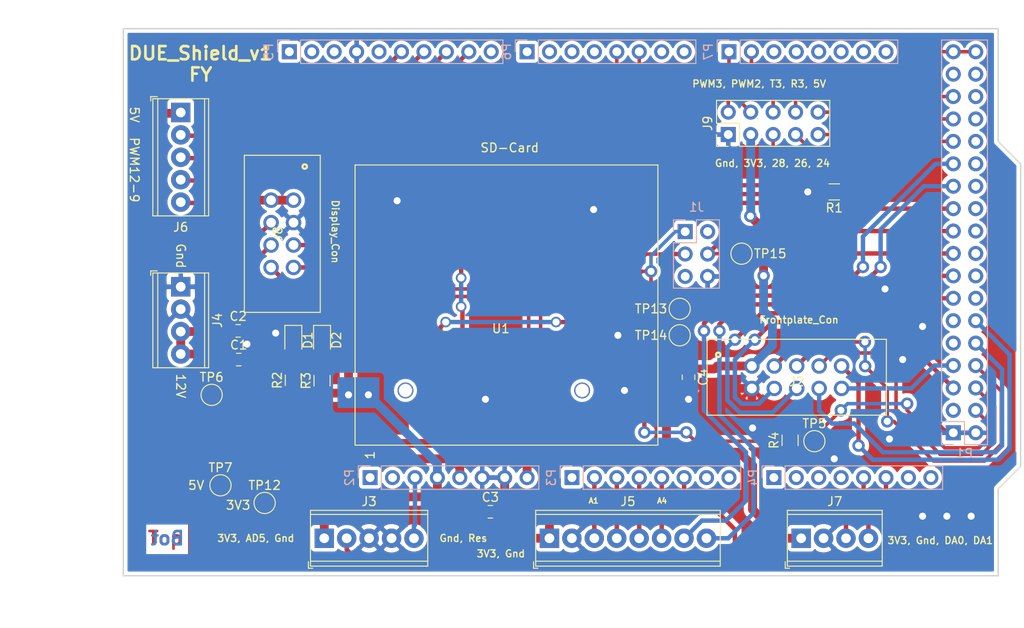
<source format=kicad_pcb>
(kicad_pcb (version 20171130) (host pcbnew "(5.1.6)-1")
  (title_block (date "mar. 31 mars 2015"))
  (layers (0 F.Cu signal) (31 B.Cu signal) (34 B.Paste user) (35 F.Paste user) (36 B.SilkS user) (37 F.SilkS user) (38 B.Mask user) (39 F.Mask user) (44 Edge.Cuts user))
  (net 0 "")
  (net 1 GND)
  (net 2 /48)
  (net 3 /49)
  (net 4 /46)
  (net 5 /47)
  (net 6 /44)
  (net 7 /45)
  (net 8 /42)
  (net 9 /43)
  (net 10 /40)
  (net 11 /41)
  (net 12 /38)
  (net 13 /39)
  (net 14 /36)
  (net 15 /37)
  (net 16 /34)
  (net 17 /35)
  (net 18 /32)
  (net 19 /33)
  (net 20 /30)
  (net 21 /31)
  (net 22 /28)
  (net 23 /29)
  (net 24 /26)
  (net 25 /27)
  (net 26 /24)
  (net 27 /25)
  (net 28 /22)
  (net 29 /23)
  (net 30 +5V)
  (net 31 /IOREF)
  (net 32 /Reset)
  (net 33 /A0)
  (net 34 /A1)
  (net 35 /A2)
  (net 36 /A3)
  (net 37 /A4)
  (net 38 /A5)
  (net 39 /A6)
  (net 40 /A7)
  (net 41 /A8)
  (net 42 /A9)
  (net 43 /A10)
  (net 44 /A11)
  (net 45 /SCL)
  (net 46 /SDA)
  (net 47 /AREF)
  (net 48 "/13(**)")
  (net 49 "/12(**)")
  (net 50 "/11(**)")
  (net 51 "/10(**)")
  (net 52 "/9(**)")
  (net 53 "/8(**)")
  (net 54 "/7(**)")
  (net 55 "/6(**)")
  (net 56 "/5(**)")
  (net 57 "/4(**)")
  (net 58 "/3(**)")
  (net 59 "/2(**)")
  (net 60 "/20(SDA)")
  (net 61 "/21(SCL)")
  (net 62 "Net-(P2-Pad1)")
  (net 63 +3V3)
  (net 64 "/1(Tx0)")
  (net 65 "/0(Rx0)")
  (net 66 "/14(Tx3)")
  (net 67 "/15(Rx3)")
  (net 68 "/16(Tx2)")
  (net 69 "/17(Rx2)")
  (net 70 "/18(Tx1)")
  (net 71 "/19(Rx1)")
  (net 72 "Net-(J1-Pad5)")
  (net 73 "Net-(J1-Pad2)")
  (net 74 /51)
  (net 75 /50)
  (net 76 /53)
  (net 77 /52)
  (net 78 /CANTX)
  (net 79 /CANRX)
  (net 80 /DAC1)
  (net 81 /DAC0)
  (net 82 +12V)
  (net 83 /CLK)
  (net 84 /MOSI)
  (net 85 /MISO)
  (net 86 "Net-(D1-Pad2)")
  (net 87 "Net-(D2-Pad2)")
  (net 88 "Net-(U1-Pad8)")
  (net 89 "Net-(U1-Pad9)")
  (net 90 +5VD)
  (module Eigene:Attend_SD_104D_TCA0_R06 (layer F.Cu) (at 146.128 102.75 180)
    (fp_text reference U1 (at 0 0.5) (layer F.SilkS))
    (fp_text value SD_Karte_Attend)
    (pad 13 smd roundrect (at -13.15 2 180) (size 2 2) (layers F.Cu F.Paste F.Mask) (net 1 GND))
    (pad 12 smd roundrect (at -13.15 14 180) (size 2 2) (layers F.Cu F.Paste F.Mask) (net 1 GND))
    (pad 11 smd roundrect (at 14.75 15 180) (size 2 2) (layers F.Cu F.Paste F.Mask) (net 1 GND))
    (pad "" thru_hole circle (at -9.2 -6.5 180) (size 1.8 1.8) (drill 1.5) (layers *.Cu *.Mask))
    (pad "" thru_hole circle (at 10.8 -6.5 180) (size 1.8 1.8) (drill 1.5) (layers *.Cu *.Mask))
    (pad 10 smd roundrect (at -12.25 -10 180) (size 1.15 2) (layers F.Cu F.Paste F.Mask) (net 1 GND))
    (pad 8 smd roundrect (at -9.75 -10 180) (size 1.15 2) (layers F.Cu F.Paste F.Mask) (net 88 "Net-(U1-Pad8)"))
    (pad 7 smd roundrect (at -8.05 -10 180) (size 1.15 2) (layers F.Cu F.Paste F.Mask) (net 85 /MISO))
    (pad 6 smd roundrect (at -5.65 -10 180) (size 1.15 2) (layers F.Cu F.Paste F.Mask) (net 1 GND))
    (pad 5 smd roundrect (at -3.15 -10 180) (size 1.15 2) (layers F.Cu F.Paste F.Mask) (net 83 /CLK))
    (pad 4 smd roundrect (at -0.65 -10 180) (size 1.15 2) (layers F.Cu F.Paste F.Mask) (net 63 +3V3))
    (pad 3 smd roundrect (at 1.85 -10 180) (size 1.15 2) (layers F.Cu F.Paste F.Mask) (net 1 GND))
    (pad 2 smd roundrect (at 4.35 -10 180) (size 1.15 2) (layers F.Cu F.Paste F.Mask) (net 84 /MOSI))
    (pad 1 smd roundrect (at 6.85 -10 180) (size 1.15 2) (layers F.Cu F.Paste F.Mask) (net 76 /53))
    (pad 9 smd roundrect (at 9.35 -10 180) (size 1.15 2) (layers F.Cu F.Paste F.Mask) (net 89 "Net-(U1-Pad9)"))
  )
  (module Connector_PinHeader_2.54mm:PinHeader_2x05_P2.54mm_Vertical (layer F.Cu) (at 171.878 80.25 90)
    (fp_text reference J9 (at 1.27 -2.33 90) (layer F.SilkS))
    (fp_text value Erweiterungs_Con)
    (pad 10 thru_hole oval (at 2.54 10.16 90) (size 1.7 1.7) (drill 1) (layers *.Cu *.Mask) (net 90 +5VD))
    (pad 9 thru_hole oval (at 0 10.16 90) (size 1.7 1.7) (drill 1) (layers *.Cu *.Mask) (net 26 /24))
    (pad 8 thru_hole oval (at 2.54 7.62 90) (size 1.7 1.7) (drill 1) (layers *.Cu *.Mask) (net 67 "/15(Rx3)"))
    (pad 7 thru_hole oval (at 0 7.62 90) (size 1.7 1.7) (drill 1) (layers *.Cu *.Mask) (net 24 /26))
    (pad 6 thru_hole oval (at 2.54 5.08 90) (size 1.7 1.7) (drill 1) (layers *.Cu *.Mask) (net 66 "/14(Tx3)"))
    (pad 5 thru_hole oval (at 0 5.08 90) (size 1.7 1.7) (drill 1) (layers *.Cu *.Mask) (net 22 /28))
    (pad 4 thru_hole oval (at 2.54 2.54 90) (size 1.7 1.7) (drill 1) (layers *.Cu *.Mask) (net 59 "/2(**)"))
    (pad 3 thru_hole oval (at 0 2.54 90) (size 1.7 1.7) (drill 1) (layers *.Cu *.Mask) (net 63 +3V3))
    (pad 2 thru_hole oval (at 2.54 0 90) (size 1.7 1.7) (drill 1) (layers *.Cu *.Mask) (net 58 "/3(**)"))
    (pad 1 thru_hole rect (at 0 0 90) (size 1.7 1.7) (drill 1) (layers *.Cu *.Mask) (net 1 GND))
  )
  (module TestPoint:TestPoint_Pad_D2.0mm (layer F.Cu) (at 173.378 93.75)
    (fp_text reference TP15 (at 3.25 0) (layer F.SilkS))
    (fp_text value TestPoint)
    (pad 1 smd circle (at 0 0) (size 2 2) (layers F.Cu F.Mask) (net 84 /MOSI))
  )
  (module TestPoint:TestPoint_Pad_D2.0mm (layer F.Cu) (at 166.378 103)
    (fp_text reference TP14 (at -3.25 0) (layer F.SilkS))
    (fp_text value TestPoint)
    (pad 1 smd circle (at 0 0) (size 2 2) (layers F.Cu F.Mask) (net 85 /MISO))
  )
  (module TestPoint:TestPoint_Pad_D2.0mm (layer F.Cu) (at 166.378 100)
    (fp_text reference TP13 (at -3.25 0) (layer F.SilkS))
    (fp_text value TestPoint)
    (pad 1 smd circle (at 0 0) (size 2 2) (layers F.Cu F.Mask) (net 83 /CLK))
  )
  (module TestPoint:TestPoint_Pad_D2.0mm (layer F.Cu) (at 119.378 122)
    (fp_text reference TP12 (at 0 -1.998) (layer F.SilkS))
    (fp_text value TestPoint)
    (pad 1 smd circle (at 0 0) (size 2 2) (layers F.Cu F.Mask) (net 63 +3V3))
  )
  (module TestPoint:TestPoint_Pad_D2.0mm (layer F.Cu) (at 114.378 120)
    (fp_text reference TP7 (at 0 -1.998) (layer F.SilkS))
    (fp_text value TestPoint)
    (pad 1 smd circle (at 0 0) (size 2 2) (layers F.Cu F.Mask) (net 30 +5V))
  )
  (module TestPoint:TestPoint_Pad_D2.0mm (layer F.Cu) (at 113.378 109.75)
    (fp_text reference TP6 (at 0 -1.998) (layer F.SilkS))
    (fp_text value TestPoint)
    (pad 1 smd circle (at 0 0) (size 2 2) (layers F.Cu F.Mask) (net 82 +12V))
  )
  (module TestPoint:TestPoint_Pad_D2.0mm (layer F.Cu) (at 181.628 115)
    (fp_text reference TP5 (at 0 -1.998) (layer F.SilkS))
    (fp_text value TestPoint)
    (pad 1 smd circle (at 0 0) (size 2 2) (layers F.Cu F.Mask) (net 76 /53))
  )
  (module Resistor_SMD:R_1206_3216Metric (layer F.Cu) (at 178.878 114.9 90)
    (fp_text reference R4 (at 0 -1.82 90) (layer F.SilkS))
    (fp_text value 10k)
    (pad 2 smd roundrect (at 1.4 0 90) (size 1.25 1.75) (layers F.Cu F.Paste F.Mask) (roundrect_rratio 0.2) (net 1 GND))
    (pad 1 smd roundrect (at -1.4 0 90) (size 1.25 1.75) (layers F.Cu F.Paste F.Mask) (roundrect_rratio 0.2) (net 76 /53))
  )
  (module Resistor_SMD:R_1206_3216Metric (layer F.Cu) (at 125.878 108.15 90)
    (fp_text reference R3 (at 0 -1.82 90) (layer F.SilkS))
    (fp_text value 470R)
    (pad 2 smd roundrect (at 1.4 0 90) (size 1.25 1.75) (layers F.Cu F.Paste F.Mask) (roundrect_rratio 0.2) (net 87 "Net-(D2-Pad2)"))
    (pad 1 smd roundrect (at -1.4 0 90) (size 1.25 1.75) (layers F.Cu F.Paste F.Mask) (roundrect_rratio 0.2) (net 63 +3V3))
  )
  (module Resistor_SMD:R_1206_3216Metric (layer F.Cu) (at 122.628 108.1 90)
    (fp_text reference R2 (at 0 -1.82 90) (layer F.SilkS))
    (fp_text value 1k)
    (pad 2 smd roundrect (at 1.4 0 90) (size 1.25 1.75) (layers F.Cu F.Paste F.Mask) (roundrect_rratio 0.2) (net 86 "Net-(D1-Pad2)"))
    (pad 1 smd roundrect (at -1.4 0 90) (size 1.25 1.75) (layers F.Cu F.Paste F.Mask) (roundrect_rratio 0.2) (net 82 +12V))
  )
  (module LED_SMD:LED_0805_2012Metric (layer F.Cu) (at 125.878 103.5625 270)
    (fp_text reference D2 (at 0 -1.65 90) (layer F.SilkS))
    (fp_text value LED)
    (pad 2 smd roundrect (at 0.9375 0 270) (size 0.975 1.4) (layers F.Cu F.Paste F.Mask) (net 87 "Net-(D2-Pad2)"))
    (pad 1 smd roundrect (at -0.9375 0 270) (size 0.975 1.4) (layers F.Cu F.Paste F.Mask) (net 1 GND))
  )
  (module LED_SMD:LED_0805_2012Metric (layer F.Cu) (at 122.628 103.5625 270)
    (fp_text reference D1 (at 0 -1.65 90) (layer F.SilkS))
    (fp_text value LED)
    (pad 2 smd roundrect (at 0.9375 0 270) (size 0.975 1.4) (layers F.Cu F.Paste F.Mask) (net 86 "Net-(D1-Pad2)"))
    (pad 1 smd roundrect (at -0.9375 0 270) (size 0.975 1.4) (layers F.Cu F.Paste F.Mask) (net 1 GND))
  )
  (module TerminalBlock_Phoenix:TerminalBlock_Phoenix_MPT-0,5-8-2.54_1x08_P2.54mm_Horizontal (layer F.Cu) (at 151.628 126)
    (fp_text reference J5 (at 8.89 -4.16) (layer F.SilkS))
    (fp_text value Main_Con)
    (pad 8 thru_hole circle (at 17.78 0) (size 2.2 2.2) (drill 1.1) (layers *.Cu *.Mask) (net 18 /32))
    (pad 7 thru_hole circle (at 15.24 0) (size 2.2 2.2) (drill 1.1) (layers *.Cu *.Mask) (net 20 /30))
    (pad 6 thru_hole circle (at 12.7 0) (size 2.2 2.2) (drill 1.1) (layers *.Cu *.Mask) (net 37 /A4))
    (pad 5 thru_hole circle (at 10.16 0) (size 2.2 2.2) (drill 1.1) (layers *.Cu *.Mask) (net 36 /A3))
    (pad 4 thru_hole circle (at 7.62 0) (size 2.2 2.2) (drill 1.1) (layers *.Cu *.Mask) (net 35 /A2))
    (pad 3 thru_hole circle (at 5.08 0) (size 2.2 2.2) (drill 1.1) (layers *.Cu *.Mask) (net 34 /A1))
    (pad 2 thru_hole circle (at 2.54 0) (size 2.2 2.2) (drill 1.1) (layers *.Cu *.Mask) (net 1 GND))
    (pad 1 thru_hole rect (at 0 0) (size 2.2 2.2) (drill 1.1) (layers *.Cu *.Mask) (net 63 +3V3))
  )
  (module Resistor_SMD:R_1206_3216Metric (layer F.Cu) (at 183.878 86.75 180)
    (fp_text reference R1 (at 0 -1.82) (layer F.SilkS))
    (fp_text value 10k)
    (pad 2 smd roundrect (at 1.4 0 180) (size 1.25 1.75) (layers F.Cu F.Paste F.Mask) (roundrect_rratio 0.2) (net 1 GND))
    (pad 1 smd roundrect (at -1.4 0 180) (size 1.25 1.75) (layers F.Cu F.Paste F.Mask) (roundrect_rratio 0.2) (net 16 /34))
  )
  (module Capacitor_SMD:C_0805_2012Metric (layer F.Cu) (at 167.378 107.75 270)
    (fp_text reference C4 (at 0 -1.65 90) (layer F.SilkS))
    (fp_text value C)
    (pad 2 smd roundrect (at 0.9375 0 270) (size 0.975 1.4) (layers F.Cu F.Paste F.Mask) (net 1 GND))
    (pad 1 smd roundrect (at -0.9375 0 270) (size 0.975 1.4) (layers F.Cu F.Paste F.Mask) (net 63 +3V3))
  )
  (module Capacitor_SMD:C_0805_2012Metric (layer F.Cu) (at 144.9405 123)
    (fp_text reference C3 (at 0 -1.65) (layer F.SilkS))
    (fp_text value C)
    (pad 2 smd roundrect (at 0.9375 0) (size 0.975 1.4) (layers F.Cu F.Paste F.Mask) (net 1 GND))
    (pad 1 smd roundrect (at -0.9375 0) (size 0.975 1.4) (layers F.Cu F.Paste F.Mask) (net 63 +3V3))
  )
  (module Capacitor_SMD:C_0805_2012Metric (layer F.Cu) (at 116.378 102.5)
    (fp_text reference C2 (at 0 -1.65) (layer F.SilkS))
    (fp_text value C)
    (pad 2 smd roundrect (at 0.9375 0) (size 0.975 1.4) (layers F.Cu F.Paste F.Mask) (net 1 GND))
    (pad 1 smd roundrect (at -0.9375 0) (size 0.975 1.4) (layers F.Cu F.Paste F.Mask) (net 82 +12V))
  )
  (module Capacitor_SMD:C_0805_2012Metric (layer F.Cu) (at 116.4405 105.75)
    (fp_text reference C1 (at 0 -1.65) (layer F.SilkS))
    (fp_text value C)
    (pad 2 smd roundrect (at 0.9375 0) (size 0.975 1.4) (layers F.Cu F.Paste F.Mask) (net 1 GND))
    (pad 1 smd roundrect (at -0.9375 0) (size 0.975 1.4) (layers F.Cu F.Paste F.Mask) (net 82 +12V))
  )
  (module Eigene:Muekra_8pol_Pfostenstecker (layer F.Cu) (at 121.378 91.5 270)
    (fp_text reference J8 (at 0 0.5 90) (layer F.SilkS))
    (fp_text value Display_Con)
    (pad 8 thru_hole circle (at -3.81 1.27 270) (size 1.75 1.75) (drill 1.1) (layers *.Cu *.Mask) (net 63 +3V3))
    (pad 7 thru_hole circle (at -1.27 1.27 270) (size 1.75 1.75) (drill 1.1) (layers *.Cu *.Mask) (net 83 /CLK))
    (pad 6 thru_hole circle (at 1.27 1.27 270) (size 1.75 1.75) (drill 1.1) (layers *.Cu *.Mask) (net 84 /MOSI))
    (pad 5 thru_hole circle (at 3.81 1.27 270) (size 1.75 1.75) (drill 1.1) (layers *.Cu *.Mask) (net 12 /38))
    (pad 4 thru_hole circle (at 3.81 -1.27 270) (size 1.75 1.75) (drill 1.1) (layers *.Cu *.Mask) (net 14 /36))
    (pad 3 thru_hole circle (at 1.27 -1.27 270) (size 1.75 1.75) (drill 1.1) (layers *.Cu *.Mask) (net 16 /34))
    (pad 2 thru_hole circle (at -1.27 -1.27 270) (size 1.75 1.75) (drill 1.1) (layers *.Cu *.Mask) (net 1 GND))
    (pad 1 thru_hole circle (at -3.81 -1.27 270) (size 1.75 1.75) (drill 1.1) (layers *.Cu *.Mask) (net 63 +3V3))
  )
  (module TerminalBlock_Phoenix:TerminalBlock_Phoenix_MPT-0,5-5-2.54_1x05_P2.54mm_Horizontal (layer F.Cu) (at 109.878 77.75 270)
    (fp_text reference J6 (at 13 0) (layer F.SilkS))
    (fp_text value Motor_PWM)
    (pad 5 thru_hole circle (at 10.16 0 270) (size 2.2 2.2) (drill 1.1) (layers *.Cu *.Mask) (net 52 "/9(**)"))
    (pad 4 thru_hole circle (at 7.62 0 270) (size 2.2 2.2) (drill 1.1) (layers *.Cu *.Mask) (net 51 "/10(**)"))
    (pad 3 thru_hole circle (at 5.08 0 270) (size 2.2 2.2) (drill 1.1) (layers *.Cu *.Mask) (net 50 "/11(**)"))
    (pad 2 thru_hole circle (at 2.54 0 270) (size 2.2 2.2) (drill 1.1) (layers *.Cu *.Mask) (net 49 "/12(**)"))
    (pad 1 thru_hole rect (at 0 0 270) (size 2.2 2.2) (drill 1.1) (layers *.Cu *.Mask) (net 30 +5V))
  )
  (module TerminalBlock_Phoenix:TerminalBlock_Phoenix_MPT-0,5-5-2.54_1x05_P2.54mm_Horizontal (layer F.Cu) (at 126.128 126)
    (fp_text reference J3 (at 5.08 -4.16) (layer F.SilkS))
    (fp_text value Reset_+_Dos)
    (pad 5 thru_hole circle (at 10.16 0) (size 2.2 2.2) (drill 1.1) (layers *.Cu *.Mask) (net 32 /Reset))
    (pad 4 thru_hole circle (at 7.62 0) (size 2.2 2.2) (drill 1.1) (layers *.Cu *.Mask) (net 1 GND))
    (pad 3 thru_hole circle (at 5.08 0) (size 2.2 2.2) (drill 1.1) (layers *.Cu *.Mask) (net 1 GND))
    (pad 2 thru_hole circle (at 2.54 0) (size 2.2 2.2) (drill 1.1) (layers *.Cu *.Mask) (net 38 /A5))
    (pad 1 thru_hole rect (at 0 0) (size 2.2 2.2) (drill 1.1) (layers *.Cu *.Mask) (net 63 +3V3))
  )
  (module TerminalBlock_Phoenix:TerminalBlock_Phoenix_MPT-0,5-4-2.54_1x04_P2.54mm_Horizontal (layer F.Cu) (at 180.128 126)
    (fp_text reference J7 (at 3.81 -4.16) (layer F.SilkS))
    (fp_text value Audio)
    (pad 4 thru_hole circle (at 7.62 0) (size 2.2 2.2) (drill 1.1) (layers *.Cu *.Mask) (net 80 /DAC1))
    (pad 3 thru_hole circle (at 5.08 0) (size 2.2 2.2) (drill 1.1) (layers *.Cu *.Mask) (net 81 /DAC0))
    (pad 2 thru_hole circle (at 2.54 0) (size 2.2 2.2) (drill 1.1) (layers *.Cu *.Mask) (net 1 GND))
    (pad 1 thru_hole rect (at 0 0) (size 2.2 2.2) (drill 1.1) (layers *.Cu *.Mask) (net 63 +3V3))
  )
  (module TerminalBlock_Phoenix:TerminalBlock_Phoenix_MPT-0,5-4-2.54_1x04_P2.54mm_Horizontal (layer F.Cu) (at 109.878 97.5 270)
    (fp_text reference J4 (at 3.81 -4.16 90) (layer F.SilkS))
    (fp_text value V_Supply)
    (pad 4 thru_hole circle (at 7.62 0 270) (size 2.2 2.2) (drill 1.1) (layers *.Cu *.Mask) (net 82 +12V))
    (pad 3 thru_hole circle (at 5.08 0 270) (size 2.2 2.2) (drill 1.1) (layers *.Cu *.Mask) (net 82 +12V))
    (pad 2 thru_hole circle (at 2.54 0 270) (size 2.2 2.2) (drill 1.1) (layers *.Cu *.Mask) (net 1 GND))
    (pad 1 thru_hole rect (at 0 0 270) (size 2.2 2.2) (drill 1.1) (layers *.Cu *.Mask) (net 1 GND))
  )
  (module Eigene:Muekra_10pol_Pfostenstecker (layer F.Cu) (at 179.628 107.75)
    (fp_text reference J2 (at 0 0.5) (layer F.SilkS))
    (fp_text value Conn_02x05_Counter_Clockwise)
    (pad 10 thru_hole circle (at -5.08 1.27) (size 1.75 1.75) (drill 1.1) (layers *.Cu *.Mask) (net 1 GND))
    (pad 9 thru_hole circle (at -2.54 1.27) (size 1.75 1.75) (drill 1.1) (layers *.Cu *.Mask) (net 8 /42))
    (pad 8 thru_hole circle (at 0 1.27) (size 1.75 1.75) (drill 1.1) (layers *.Cu *.Mask) (net 10 /40))
    (pad 7 thru_hole circle (at 2.54 1.27) (size 1.75 1.75) (drill 1.1) (layers *.Cu *.Mask) (net 5 /47))
    (pad 6 thru_hole circle (at 5.08 1.27) (size 1.75 1.75) (drill 1.1) (layers *.Cu *.Mask) (net 2 /48))
    (pad 5 thru_hole circle (at 5.08 -1.27) (size 1.75 1.75) (drill 1.1) (layers *.Cu *.Mask) (net 7 /45))
    (pad 4 thru_hole circle (at 2.54 -1.27) (size 1.75 1.75) (drill 1.1) (layers *.Cu *.Mask) (net 74 /51))
    (pad 3 thru_hole circle (at 0 -1.27) (size 1.75 1.75) (drill 1.1) (layers *.Cu *.Mask) (net 3 /49))
    (pad 2 thru_hole circle (at -2.54 -1.27) (size 1.75 1.75) (drill 1.1) (layers *.Cu *.Mask) (net 75 /50))
    (pad 1 thru_hole circle (at -5.08 -1.27) (size 1.75 1.75) (drill 1.1) (layers *.Cu *.Mask) (net 63 +3V3))
  )
  (module Connector_PinHeader_2.54mm:PinHeader_1x08_P2.54mm_Vertical (layer B.Cu) (at 149.098 70.866 270)
    (fp_text reference P6 (at 0 2.33 270) (layer B.SilkS) (effects (justify mirror)))
    (fp_text value PWM)
    (pad 8 thru_hole oval (at 0 -17.78 270) (size 1.7 1.7) (drill 1) (layers *.Cu *.Mask) (net 65 "/0(Rx0)"))
    (pad 7 thru_hole oval (at 0 -15.24 270) (size 1.7 1.7) (drill 1) (layers *.Cu *.Mask) (net 64 "/1(Tx0)"))
    (pad 6 thru_hole oval (at 0 -12.7 270) (size 1.7 1.7) (drill 1) (layers *.Cu *.Mask) (net 59 "/2(**)"))
    (pad 5 thru_hole oval (at 0 -10.16 270) (size 1.7 1.7) (drill 1) (layers *.Cu *.Mask) (net 58 "/3(**)"))
    (pad 4 thru_hole oval (at 0 -7.62 270) (size 1.7 1.7) (drill 1) (layers *.Cu *.Mask) (net 57 "/4(**)"))
    (pad 3 thru_hole oval (at 0 -5.08 270) (size 1.7 1.7) (drill 1) (layers *.Cu *.Mask) (net 56 "/5(**)"))
    (pad 2 thru_hole oval (at 0 -2.54 270) (size 1.7 1.7) (drill 1) (layers *.Cu *.Mask) (net 55 "/6(**)"))
    (pad 1 thru_hole rect (at 0 0 270) (size 1.7 1.7) (drill 1) (layers *.Cu *.Mask) (net 54 "/7(**)"))
  )
  (module Connector_PinHeader_2.54mm:PinHeader_1x10_P2.54mm_Vertical (layer B.Cu) (at 122.174 70.866 270)
    (fp_text reference P5 (at 0 2.33 270) (layer B.SilkS) (effects (justify mirror)))
    (fp_text value PWM)
    (pad 10 thru_hole oval (at 0 -22.86 270) (size 1.7 1.7) (drill 1) (layers *.Cu *.Mask) (net 53 "/8(**)"))
    (pad 9 thru_hole oval (at 0 -20.32 270) (size 1.7 1.7) (drill 1) (layers *.Cu *.Mask) (net 52 "/9(**)"))
    (pad 8 thru_hole oval (at 0 -17.78 270) (size 1.7 1.7) (drill 1) (layers *.Cu *.Mask) (net 51 "/10(**)"))
    (pad 7 thru_hole oval (at 0 -15.24 270) (size 1.7 1.7) (drill 1) (layers *.Cu *.Mask) (net 50 "/11(**)"))
    (pad 6 thru_hole oval (at 0 -12.7 270) (size 1.7 1.7) (drill 1) (layers *.Cu *.Mask) (net 49 "/12(**)"))
    (pad 5 thru_hole oval (at 0 -10.16 270) (size 1.7 1.7) (drill 1) (layers *.Cu *.Mask) (net 48 "/13(**)"))
    (pad 4 thru_hole oval (at 0 -7.62 270) (size 1.7 1.7) (drill 1) (layers *.Cu *.Mask) (net 1 GND))
    (pad 3 thru_hole oval (at 0 -5.08 270) (size 1.7 1.7) (drill 1) (layers *.Cu *.Mask) (net 47 /AREF))
    (pad 2 thru_hole oval (at 0 -2.54 270) (size 1.7 1.7) (drill 1) (layers *.Cu *.Mask) (net 46 /SDA))
    (pad 1 thru_hole rect (at 0 0 270) (size 1.7 1.7) (drill 1) (layers *.Cu *.Mask) (net 45 /SCL))
  )
  (module Connector_PinHeader_2.54mm:PinHeader_1x08_P2.54mm_Vertical (layer B.Cu) (at 177.038 119.126 270)
    (fp_text reference P4 (at 0 2.33 270) (layer B.SilkS) (effects (justify mirror)))
    (fp_text value Analog)
    (pad 8 thru_hole oval (at 0 -17.78 270) (size 1.7 1.7) (drill 1) (layers *.Cu *.Mask) (net 78 /CANTX))
    (pad 7 thru_hole oval (at 0 -15.24 270) (size 1.7 1.7) (drill 1) (layers *.Cu *.Mask) (net 79 /CANRX))
    (pad 6 thru_hole oval (at 0 -12.7 270) (size 1.7 1.7) (drill 1) (layers *.Cu *.Mask) (net 80 /DAC1))
    (pad 5 thru_hole oval (at 0 -10.16 270) (size 1.7 1.7) (drill 1) (layers *.Cu *.Mask) (net 81 /DAC0))
    (pad 4 thru_hole oval (at 0 -7.62 270) (size 1.7 1.7) (drill 1) (layers *.Cu *.Mask) (net 44 /A11))
    (pad 3 thru_hole oval (at 0 -5.08 270) (size 1.7 1.7) (drill 1) (layers *.Cu *.Mask) (net 43 /A10))
    (pad 2 thru_hole oval (at 0 -2.54 270) (size 1.7 1.7) (drill 1) (layers *.Cu *.Mask) (net 42 /A9))
    (pad 1 thru_hole rect (at 0 0 270) (size 1.7 1.7) (drill 1) (layers *.Cu *.Mask) (net 41 /A8))
  )
  (module Connector_PinHeader_2.54mm:PinHeader_1x08_P2.54mm_Vertical (layer B.Cu) (at 154.178 119.126 270)
    (fp_text reference P3 (at 0 2.33 270) (layer B.SilkS) (effects (justify mirror)))
    (fp_text value Analog)
    (pad 8 thru_hole oval (at 0 -17.78 270) (size 1.7 1.7) (drill 1) (layers *.Cu *.Mask) (net 40 /A7))
    (pad 7 thru_hole oval (at 0 -15.24 270) (size 1.7 1.7) (drill 1) (layers *.Cu *.Mask) (net 39 /A6))
    (pad 6 thru_hole oval (at 0 -12.7 270) (size 1.7 1.7) (drill 1) (layers *.Cu *.Mask) (net 38 /A5))
    (pad 5 thru_hole oval (at 0 -10.16 270) (size 1.7 1.7) (drill 1) (layers *.Cu *.Mask) (net 37 /A4))
    (pad 4 thru_hole oval (at 0 -7.62 270) (size 1.7 1.7) (drill 1) (layers *.Cu *.Mask) (net 36 /A3))
    (pad 3 thru_hole oval (at 0 -5.08 270) (size 1.7 1.7) (drill 1) (layers *.Cu *.Mask) (net 35 /A2))
    (pad 2 thru_hole oval (at 0 -2.54 270) (size 1.7 1.7) (drill 1) (layers *.Cu *.Mask) (net 34 /A1))
    (pad 1 thru_hole rect (at 0 0 270) (size 1.7 1.7) (drill 1) (layers *.Cu *.Mask) (net 33 /A0))
  )
  (module Connector_PinHeader_2.54mm:PinHeader_1x08_P2.54mm_Vertical (layer B.Cu) (at 131.318 119.126 270)
    (fp_text reference P2 (at 0 2.33 270) (layer B.SilkS) (effects (justify mirror)))
    (fp_text value Power)
    (pad 8 thru_hole oval (at 0 -17.78 270) (size 1.7 1.7) (drill 1) (layers *.Cu *.Mask) (net 82 +12V))
    (pad 7 thru_hole oval (at 0 -15.24 270) (size 1.7 1.7) (drill 1) (layers *.Cu *.Mask) (net 1 GND))
    (pad 6 thru_hole oval (at 0 -12.7 270) (size 1.7 1.7) (drill 1) (layers *.Cu *.Mask) (net 1 GND))
    (pad 5 thru_hole oval (at 0 -10.16 270) (size 1.7 1.7) (drill 1) (layers *.Cu *.Mask) (net 30 +5V))
    (pad 4 thru_hole oval (at 0 -7.62 270) (size 1.7 1.7) (drill 1) (layers *.Cu *.Mask) (net 63 +3V3))
    (pad 3 thru_hole oval (at 0 -5.08 270) (size 1.7 1.7) (drill 1) (layers *.Cu *.Mask) (net 32 /Reset))
    (pad 2 thru_hole oval (at 0 -2.54 270) (size 1.7 1.7) (drill 1) (layers *.Cu *.Mask) (net 31 /IOREF))
    (pad 1 thru_hole rect (at 0 0 270) (size 1.7 1.7) (drill 1) (layers *.Cu *.Mask) (net 62 "Net-(P2-Pad1)"))
  )
  (module Connector_PinHeader_2.54mm:PinHeader_2x18_P2.54mm_Vertical (layer B.Cu) (at 197.358 114.046)
    (fp_text reference P1 (at 1.27 2.33) (layer B.SilkS) (effects (justify mirror)))
    (fp_text value Digital)
    (pad 36 thru_hole oval (at 2.54 -43.18) (size 1.7 1.7) (drill 1) (layers *.Cu *.Mask) (net 90 +5VD))
    (pad 35 thru_hole oval (at 0 -43.18) (size 1.7 1.7) (drill 1) (layers *.Cu *.Mask) (net 90 +5VD))
    (pad 34 thru_hole oval (at 2.54 -40.64) (size 1.7 1.7) (drill 1) (layers *.Cu *.Mask) (net 29 /23))
    (pad 33 thru_hole oval (at 0 -40.64) (size 1.7 1.7) (drill 1) (layers *.Cu *.Mask) (net 28 /22))
    (pad 32 thru_hole oval (at 2.54 -38.1) (size 1.7 1.7) (drill 1) (layers *.Cu *.Mask) (net 27 /25))
    (pad 31 thru_hole oval (at 0 -38.1) (size 1.7 1.7) (drill 1) (layers *.Cu *.Mask) (net 26 /24))
    (pad 30 thru_hole oval (at 2.54 -35.56) (size 1.7 1.7) (drill 1) (layers *.Cu *.Mask) (net 25 /27))
    (pad 29 thru_hole oval (at 0 -35.56) (size 1.7 1.7) (drill 1) (layers *.Cu *.Mask) (net 24 /26))
    (pad 28 thru_hole oval (at 2.54 -33.02) (size 1.7 1.7) (drill 1) (layers *.Cu *.Mask) (net 23 /29))
    (pad 27 thru_hole oval (at 0 -33.02) (size 1.7 1.7) (drill 1) (layers *.Cu *.Mask) (net 22 /28))
    (pad 26 thru_hole oval (at 2.54 -30.48) (size 1.7 1.7) (drill 1) (layers *.Cu *.Mask) (net 21 /31))
    (pad 25 thru_hole oval (at 0 -30.48) (size 1.7 1.7) (drill 1) (layers *.Cu *.Mask) (net 20 /30))
    (pad 24 thru_hole oval (at 2.54 -27.94) (size 1.7 1.7) (drill 1) (layers *.Cu *.Mask) (net 19 /33))
    (pad 23 thru_hole oval (at 0 -27.94) (size 1.7 1.7) (drill 1) (layers *.Cu *.Mask) (net 18 /32))
    (pad 22 thru_hole oval (at 2.54 -25.4) (size 1.7 1.7) (drill 1) (layers *.Cu *.Mask) (net 17 /35))
    (pad 21 thru_hole oval (at 0 -25.4) (size 1.7 1.7) (drill 1) (layers *.Cu *.Mask) (net 16 /34))
    (pad 20 thru_hole oval (at 2.54 -22.86) (size 1.7 1.7) (drill 1) (layers *.Cu *.Mask) (net 15 /37))
    (pad 19 thru_hole oval (at 0 -22.86) (size 1.7 1.7) (drill 1) (layers *.Cu *.Mask) (net 14 /36))
    (pad 18 thru_hole oval (at 2.54 -20.32) (size 1.7 1.7) (drill 1) (layers *.Cu *.Mask) (net 13 /39))
    (pad 17 thru_hole oval (at 0 -20.32) (size 1.7 1.7) (drill 1) (layers *.Cu *.Mask) (net 12 /38))
    (pad 16 thru_hole oval (at 2.54 -17.78) (size 1.7 1.7) (drill 1) (layers *.Cu *.Mask) (net 11 /41))
    (pad 15 thru_hole oval (at 0 -17.78) (size 1.7 1.7) (drill 1) (layers *.Cu *.Mask) (net 10 /40))
    (pad 14 thru_hole oval (at 2.54 -15.24) (size 1.7 1.7) (drill 1) (layers *.Cu *.Mask) (net 9 /43))
    (pad 13 thru_hole oval (at 0 -15.24) (size 1.7 1.7) (drill 1) (layers *.Cu *.Mask) (net 8 /42))
    (pad 12 thru_hole oval (at 2.54 -12.7) (size 1.7 1.7) (drill 1) (layers *.Cu *.Mask) (net 7 /45))
    (pad 11 thru_hole oval (at 0 -12.7) (size 1.7 1.7) (drill 1) (layers *.Cu *.Mask) (net 6 /44))
    (pad 10 thru_hole oval (at 2.54 -10.16) (size 1.7 1.7) (drill 1) (layers *.Cu *.Mask) (net 5 /47))
    (pad 9 thru_hole oval (at 0 -10.16) (size 1.7 1.7) (drill 1) (layers *.Cu *.Mask) (net 4 /46))
    (pad 8 thru_hole oval (at 2.54 -7.62) (size 1.7 1.7) (drill 1) (layers *.Cu *.Mask) (net 3 /49))
    (pad 7 thru_hole oval (at 0 -7.62) (size 1.7 1.7) (drill 1) (layers *.Cu *.Mask) (net 2 /48))
    (pad 6 thru_hole oval (at 2.54 -5.08) (size 1.7 1.7) (drill 1) (layers *.Cu *.Mask) (net 74 /51))
    (pad 5 thru_hole oval (at 0 -5.08) (size 1.7 1.7) (drill 1) (layers *.Cu *.Mask) (net 75 /50))
    (pad 4 thru_hole oval (at 2.54 -2.54) (size 1.7 1.7) (drill 1) (layers *.Cu *.Mask) (net 76 /53))
    (pad 3 thru_hole oval (at 0 -2.54) (size 1.7 1.7) (drill 1) (layers *.Cu *.Mask) (net 77 /52))
    (pad 2 thru_hole oval (at 2.54 0) (size 1.7 1.7) (drill 1) (layers *.Cu *.Mask) (net 1 GND))
    (pad 1 thru_hole rect (at 0 0) (size 1.7 1.7) (drill 1) (layers *.Cu *.Mask) (net 1 GND))
  )
  (module Connector_PinSocket_2.54mm:PinSocket_2x03_P2.54mm_Vertical (layer B.Cu) (at 167 91.25 180)
    (fp_text reference J1 (at -1.27 2.77) (layer B.SilkS) (effects (justify mirror)))
    (fp_text value SPI_Header)
    (pad 6 thru_hole oval (at -2.54 -5.08 180) (size 1.7 1.7) (drill 1) (layers *.Cu *.Mask) (net 1 GND))
    (pad 5 thru_hole oval (at 0 -5.08 180) (size 1.7 1.7) (drill 1) (layers *.Cu *.Mask) (net 72 "Net-(J1-Pad5)"))
    (pad 4 thru_hole oval (at -2.54 -2.54 180) (size 1.7 1.7) (drill 1) (layers *.Cu *.Mask) (net 84 /MOSI))
    (pad 3 thru_hole oval (at 0 -2.54 180) (size 1.7 1.7) (drill 1) (layers *.Cu *.Mask) (net 83 /CLK))
    (pad 2 thru_hole oval (at -2.54 0 180) (size 1.7 1.7) (drill 1) (layers *.Cu *.Mask) (net 73 "Net-(J1-Pad2)"))
    (pad 1 thru_hole rect (at 0 0 180) (size 1.7 1.7) (drill 1) (layers *.Cu *.Mask) (net 85 /MISO))
  )
  (module Connector_PinHeader_2.54mm:PinHeader_1x08_P2.54mm_Vertical (layer B.Cu) (at 171.958 70.866 270)
    (fp_text reference P7 (at 0 2.33 270) (layer B.SilkS) (effects (justify mirror)))
    (fp_text value Communication)
    (pad 8 thru_hole oval (at 0 -17.78 270) (size 1.7 1.7) (drill 1) (layers *.Cu *.Mask) (net 61 "/21(SCL)"))
    (pad 7 thru_hole oval (at 0 -15.24 270) (size 1.7 1.7) (drill 1) (layers *.Cu *.Mask) (net 60 "/20(SDA)"))
    (pad 6 thru_hole oval (at 0 -12.7 270) (size 1.7 1.7) (drill 1) (layers *.Cu *.Mask) (net 71 "/19(Rx1)"))
    (pad 5 thru_hole oval (at 0 -10.16 270) (size 1.7 1.7) (drill 1) (layers *.Cu *.Mask) (net 70 "/18(Tx1)"))
    (pad 4 thru_hole oval (at 0 -7.62 270) (size 1.7 1.7) (drill 1) (layers *.Cu *.Mask) (net 69 "/17(Rx2)"))
    (pad 3 thru_hole oval (at 0 -5.08 270) (size 1.7 1.7) (drill 1) (layers *.Cu *.Mask) (net 68 "/16(Tx2)"))
    (pad 2 thru_hole oval (at 0 -2.54 270) (size 1.7 1.7) (drill 1) (layers *.Cu *.Mask) (net 67 "/15(Rx3)"))
    (pad 1 thru_hole rect (at 0 0 270) (size 1.7 1.7) (drill 1) (layers *.Cu *.Mask) (net 66 "/14(Tx3)"))
  )
  (gr_text A4 (at 164.378 121.75) (layer F.SilkS) (effects (font (size 0.6 0.6))))
  (gr_text A1 (at 156.628 121.75) (layer F.SilkS) (effects (font (size 0.6 0.6))))
  (gr_text SD-Card (at 147.128 81.75) (layer F.SilkS) (effects (font (size 1 1))))
  (gr_text 3V3 (at 116.378 122.25) (layer F.SilkS) (effects (font (size 1 1))))
  (gr_text 5V (at 111.628 120) (layer F.SilkS) (effects (font (size 1 1))))
  (gr_text Display_Con (at 127.378 91.25 270) (layer F.SilkS) (effects (font (size 0.8 0.8))))
  (gr_text Frontplate_Con (at 179.878 101.25) (layer F.SilkS) (effects (font (size 0.8 0.8))))
  (gr_text "PWM3, PWM2, T3, R3, 5V" (at 175.378 74.5) (layer F.SilkS) (effects (font (size 0.8 0.8))))
  (gr_text "Gnd, 3V3, 28, 26, 24" (at 176.878 83.5) (layer F.SilkS) (effects (font (size 0.8 0.8))))
  (gr_text "3V3, Gnd, DA0, DA1" (at 195.878 126.25) (layer F.SilkS) (effects (font (size 0.8 0.8))))
  (gr_text "3V3, Gnd" (at 146.128 127.75) (layer F.SilkS) (effects (font (size 0.8 0.8))))
  (gr_text "3V3, AD5, Gnd" (at 118.378 126) (layer F.SilkS) (effects (font (size 0.8 0.8))))
  (gr_text "Gnd, Res" (at 141.878 126) (layer F.SilkS) (effects (font (size 0.8 0.8))))
  (gr_text 12V (at 109.878 108.75 270) (layer F.SilkS) (effects (font (size 1 1))))
  (gr_text Gnd (at 109.878 94 270) (layer F.SilkS) (effects (font (size 1 1))))
  (gr_text "PWM12-9\n" (at 104.628 84.25 270) (layer F.SilkS) (effects (font (size 1 1))))
  (gr_text "5V\n" (at 104.628 78 270) (layer F.SilkS) (effects (font (size 1 1))))
  (gr_text "DUE_Shield_v1\nFY" (at 112.128 72.25) (layer F.SilkS) (effects (font (size 1.5 1.5) (thickness 0.3))))
  (gr_text Top (at 108.128 126) (layer F.Cu) (effects (font (size 1.5 1.5) (thickness 0.3))))
  (gr_text Bot (at 108.378 126) (layer B.Cu) (effects (font (size 1.5 1.5) (thickness 0.3)) (justify mirror)))
  (gr_line (start 202.438 120.396) (end 202.438 130.25) (angle 90) (layer Edge.Cuts) (width 0.15))
  (gr_line (start 204.978 117.856) (end 202.438 120.396) (angle 90) (layer Edge.Cuts) (width 0.15))
  (gr_line (start 202.438 81.026) (end 204.978 83.566) (angle 90) (layer Edge.Cuts) (width 0.15))
  (gr_text 1 (at 131.318 116.586 90) (layer F.SilkS) (effects (font (size 1 1))))
  (gr_line (start 202.438 130.25) (end 103.378 130.25) (angle 90) (layer Edge.Cuts) (width 0.15))
  (gr_line (start 204.978 83.566) (end 204.978 117.856) (angle 90) (layer Edge.Cuts) (width 0.15))
  (gr_line (start 202.438 68.25) (end 202.438 81.026) (angle 90) (layer Edge.Cuts) (width 0.15))
  (gr_line (start 103.378 68.25) (end 202.438 68.25) (angle 90) (layer Edge.Cuts) (width 0.15))
  (gr_line (start 103.378 130.25) (end 103.378 68.25) (angle 90) (layer Edge.Cuts) (width 0.15))
  (via (at 174.628 113.5) (size 1.4) (drill 0.8) (layers F.Cu B.Cu) (net 1))
  (segment (start 174.548 109.02) (end 174.548 113.42) (width 1) (layer F.Cu) (net 1))
  (segment (start 174.548 113.42) (end 174.628 113.5) (width 1) (layer F.Cu) (net 1))
  (segment (start 174.548 109.02) (end 170.148 109.02) (width 1) (layer F.Cu) (net 1))
  (segment (start 169.8155 108.6875) (end 167.378 108.6875) (width 1) (layer F.Cu) (net 1))
  (segment (start 170.148 109.02) (end 169.8155 108.6875) (width 1) (layer F.Cu) (net 1))
  (segment (start 145.878 123) (end 145.878 121.5) (width 1) (layer F.Cu) (net 1))
  (segment (start 146.558 120.82) (end 146.558 119.126) (width 1) (layer F.Cu) (net 1))
  (segment (start 145.878 121.5) (end 146.558 120.82) (width 1) (layer F.Cu) (net 1))
  (via (at 160.128 109.25) (size 1.4) (drill 0.8) (layers F.Cu B.Cu) (net 1))
  (via (at 167.378 110.25) (size 1.4) (drill 0.8) (layers F.Cu B.Cu) (net 1))
  (segment (start 167.378 108.6875) (end 167.378 110.25) (width 0.4) (layer F.Cu) (net 1))
  (segment (start 178.878 113.5) (end 174.628 113.5) (width 0.4) (layer F.Cu) (net 1))
  (via (at 190.128 114.75) (size 1.4) (drill 0.8) (layers F.Cu B.Cu) (net 1))
  (segment (start 197.358 114.046) (end 190.832 114.046) (width 0.4) (layer B.Cu) (net 1))
  (segment (start 190.832 114.046) (end 190.128 114.75) (width 0.4) (layer B.Cu) (net 1))
  (segment (start 190.128 114.75) (end 187.878 117) (width 0.4) (layer F.Cu) (net 1))
  (via (at 183.878 117) (size 1.4) (drill 0.8) (layers F.Cu B.Cu) (net 1))
  (segment (start 187.878 117) (end 183.878 117) (width 0.4) (layer F.Cu) (net 1))
  (segment (start 197.358 114.046) (end 196.674 114.046) (width 0.4) (layer F.Cu) (net 1))
  (segment (start 196.674 114.046) (end 194.628 112) (width 0.4) (layer F.Cu) (net 1))
  (via (at 191.628 105.75) (size 1.4) (drill 0.8) (layers F.Cu B.Cu) (net 1))
  (segment (start 194.628 112) (end 194.628 108.75) (width 0.4) (layer F.Cu) (net 1))
  (segment (start 194.628 108.75) (end 191.628 105.75) (width 0.4) (layer F.Cu) (net 1))
  (via (at 117.378 104) (size 1.4) (drill 0.8) (layers F.Cu B.Cu) (net 1))
  (segment (start 117.3155 102.5) (end 117.3155 103.9375) (width 0.4) (layer F.Cu) (net 1))
  (segment (start 117.3155 103.9375) (end 117.378 104) (width 0.4) (layer F.Cu) (net 1))
  (segment (start 117.378 105.75) (end 117.378 104) (width 0.4) (layer F.Cu) (net 1))
  (via (at 120.628 102.75) (size 1.4) (drill 0.8) (layers F.Cu B.Cu) (net 1))
  (segment (start 122.628 102.625) (end 120.753 102.625) (width 0.4) (layer F.Cu) (net 1))
  (segment (start 120.753 102.625) (end 120.628 102.75) (width 0.4) (layer F.Cu) (net 1))
  (via (at 180.878 86.75) (size 1.4) (drill 0.8) (layers F.Cu B.Cu) (net 1))
  (segment (start 182.478 86.75) (end 180.878 86.75) (width 0.4) (layer F.Cu) (net 1))
  (segment (start 158.378 109.75) (end 158.878 109.25) (width 0.5) (layer F.Cu) (net 1))
  (segment (start 158.378 112.75) (end 158.378 109.75) (width 0.5) (layer F.Cu) (net 1))
  (segment (start 160.128 109.25) (end 158.878 109.25) (width 0.5) (layer F.Cu) (net 1))
  (via (at 159.378 103) (size 1.2) (drill 0.8) (layers F.Cu B.Cu) (net 1))
  (segment (start 159.278 100.75) (end 159.278 102.9) (width 0.5) (layer F.Cu) (net 1))
  (segment (start 159.278 102.9) (end 159.378 103) (width 0.5) (layer F.Cu) (net 1))
  (via (at 134.378 87.75) (size 1.2) (drill 0.8) (layers F.Cu B.Cu) (net 1))
  (segment (start 131.378 87.75) (end 134.378 87.75) (width 0.4) (layer F.Cu) (net 1))
  (via (at 156.628 88.75) (size 1.2) (drill 0.8) (layers F.Cu B.Cu) (net 1))
  (segment (start 159.278 88.75) (end 156.628 88.75) (width 0.4) (layer F.Cu) (net 1))
  (via (at 144.378 110.25) (size 1.2) (drill 0.8) (layers F.Cu B.Cu) (net 1))
  (segment (start 144.278 112.75) (end 144.278 110.35) (width 0.4) (layer F.Cu) (net 1))
  (segment (start 144.278 110.35) (end 144.378 110.25) (width 0.4) (layer F.Cu) (net 1))
  (segment (start 144.378 110.25) (end 144.378 100.25) (width 0.4) (layer F.Cu) (net 1))
  (segment (start 142.727999 98.599999) (end 140.528001 98.599999) (width 0.4) (layer F.Cu) (net 1))
  (segment (start 144.378 100.25) (end 142.727999 98.599999) (width 0.4) (layer F.Cu) (net 1))
  (segment (start 140.528001 98.599999) (end 139.628 99.5) (width 0.4) (layer F.Cu) (net 1))
  (via (at 193.878 102) (size 1.2) (drill 0.8) (layers F.Cu B.Cu) (net 1))
  (via (at 189.628 97.75) (size 1.2) (drill 0.8) (layers F.Cu B.Cu) (net 1))
  (via (at 193.878 123.5) (size 1.2) (drill 0.8) (layers F.Cu B.Cu) (net 1))
  (via (at 196.628 123.5) (size 1.2) (drill 0.8) (layers F.Cu B.Cu) (net 1))
  (via (at 199.378 123.5) (size 1.2) (drill 0.8) (layers F.Cu B.Cu) (net 1))
  (segment (start 197.358 106.426) (end 195.202 106.426) (width 0.5) (layer B.Cu) (net 2))
  (segment (start 192.608 109.02) (end 184.708 109.02) (width 0.5) (layer B.Cu) (net 2))
  (segment (start 195.202 106.426) (end 192.608 109.02) (width 0.5) (layer B.Cu) (net 2))
  (via (at 189.878 112.75) (size 1.4) (drill 0.8) (layers F.Cu B.Cu) (net 3))
  (via (at 187.378 106.5) (size 1.4) (drill 0.8) (layers F.Cu B.Cu) (net 3))
  (segment (start 189.878 112.75) (end 189.878 109) (width 0.4) (layer F.Cu) (net 3))
  (segment (start 189.878 109) (end 187.378 106.5) (width 0.4) (layer F.Cu) (net 3))
  (segment (start 179.628 106.48) (end 181.743 104.365) (width 0.5) (layer F.Cu) (net 3))
  (segment (start 181.743 104.365) (end 181.953011 104.154989) (width 0.5) (layer F.Cu) (net 3))
  (segment (start 190.628 112.75) (end 189.878 112.75) (width 0.4) (layer F.Cu) (net 3))
  (segment (start 199.898 106.426) (end 202.798019 109.326019) (width 0.4) (layer F.Cu) (net 3))
  (segment (start 202.798019 109.326019) (end 202.798019 115.339331) (width 0.4) (layer F.Cu) (net 3))
  (segment (start 202.798019 115.339331) (end 200.887329 117.250019) (width 0.4) (layer F.Cu) (net 3))
  (segment (start 195.128019 117.250019) (end 190.628 112.75) (width 0.4) (layer F.Cu) (net 3))
  (segment (start 200.887329 117.250019) (end 195.128019 117.250019) (width 0.4) (layer F.Cu) (net 3))
  (segment (start 187.378 106.5) (end 187.378 103.782818) (width 0.4) (layer B.Cu) (net 3))
  (via (at 187.350171 103.754989) (size 1.4) (drill 0.8) (layers F.Cu B.Cu) (net 3))
  (segment (start 187.378 103.782818) (end 187.350171 103.754989) (width 0.4) (layer B.Cu) (net 3))
  (segment (start 181.743 104.365) (end 182.353011 103.754989) (width 0.4) (layer F.Cu) (net 3))
  (segment (start 186.360222 103.754989) (end 187.350171 103.754989) (width 0.4) (layer F.Cu) (net 3))
  (segment (start 182.353011 103.754989) (end 186.360222 103.754989) (width 0.4) (layer F.Cu) (net 3))
  (segment (start 199.898 103.886) (end 202.878 106.866) (width 0.5) (layer B.Cu) (net 5))
  (segment (start 202.878 106.866) (end 202.878 115.5) (width 0.5) (layer B.Cu) (net 5))
  (segment (start 202.128 116.25) (end 189.398 116.25) (width 0.5) (layer B.Cu) (net 5))
  (segment (start 202.878 115.5) (end 202.128 116.25) (width 0.5) (layer B.Cu) (net 5))
  (segment (start 186.148 113) (end 189.398 116.25) (width 0.5) (layer B.Cu) (net 5))
  (segment (start 183.628 113) (end 186.148 113) (width 0.5) (layer B.Cu) (net 5))
  (segment (start 182.168 111.54) (end 183.628 113) (width 0.5) (layer B.Cu) (net 5))
  (segment (start 182.168 109.02) (end 182.168 111.54) (width 0.5) (layer B.Cu) (net 5))
  (segment (start 199.898 101.346) (end 203.72801 105.17601) (width 0.5) (layer B.Cu) (net 7))
  (segment (start 188.22801 117.10001) (end 186.628 115.5) (width 0.5) (layer B.Cu) (net 7))
  (segment (start 202.480085 117.10001) (end 188.22801 117.10001) (width 0.5) (layer B.Cu) (net 7))
  (segment (start 203.72801 105.17601) (end 203.72801 115.852085) (width 0.5) (layer B.Cu) (net 7))
  (via (at 186.628 115.5) (size 1.4) (drill 0.8) (layers F.Cu B.Cu) (net 7))
  (segment (start 203.72801 115.852085) (end 202.480085 117.10001) (width 0.5) (layer B.Cu) (net 7))
  (segment (start 186.628 108.4) (end 184.708 106.48) (width 0.5) (layer F.Cu) (net 7))
  (segment (start 186.628 115.5) (end 186.628 108.4) (width 0.5) (layer F.Cu) (net 7))
  (via (at 174.878 103.5) (size 1.4) (drill 0.8) (layers F.Cu B.Cu) (net 8))
  (segment (start 172.628 110) (end 173.378 110.75) (width 0.5) (layer B.Cu) (net 8))
  (segment (start 173.378 110.75) (end 175.358 110.75) (width 0.5) (layer B.Cu) (net 8))
  (segment (start 172.628 105.75) (end 172.628 110) (width 0.5) (layer B.Cu) (net 8))
  (segment (start 174.878 103.5) (end 172.628 105.75) (width 0.5) (layer B.Cu) (net 8))
  (segment (start 175.358 110.75) (end 177.088 109.02) (width 0.5) (layer B.Cu) (net 8))
  (segment (start 190.878 101.5) (end 176.878 101.5) (width 0.5) (layer F.Cu) (net 8))
  (segment (start 197.358 98.806) (end 193.572 98.806) (width 0.5) (layer F.Cu) (net 8))
  (segment (start 176.878 101.5) (end 174.878 103.5) (width 0.5) (layer F.Cu) (net 8))
  (segment (start 193.572 98.806) (end 190.878 101.5) (width 0.5) (layer F.Cu) (net 8))
  (via (at 172.628 103.5) (size 1.4) (drill 0.8) (layers F.Cu B.Cu) (net 10))
  (segment (start 171.777989 110.352086) (end 171.777989 104.350011) (width 0.5) (layer B.Cu) (net 10))
  (segment (start 176.898 111.75) (end 173.175903 111.75) (width 0.5) (layer B.Cu) (net 10))
  (segment (start 171.777989 104.350011) (end 172.628 103.5) (width 0.5) (layer B.Cu) (net 10))
  (segment (start 173.175903 111.75) (end 171.777989 110.352086) (width 0.5) (layer B.Cu) (net 10))
  (segment (start 179.628 109.02) (end 176.898 111.75) (width 0.5) (layer B.Cu) (net 10))
  (segment (start 194.612 96.266) (end 197.358 96.266) (width 0.5) (layer F.Cu) (net 10))
  (segment (start 190.378 100.5) (end 194.612 96.266) (width 0.5) (layer F.Cu) (net 10))
  (segment (start 172.628 103.5) (end 175.628 100.5) (width 0.5) (layer F.Cu) (net 10))
  (segment (start 175.628 100.5) (end 190.378 100.5) (width 0.5) (layer F.Cu) (net 10))
  (segment (start 183.104 93.726) (end 177.37799 87.99999) (width 0.5) (layer F.Cu) (net 12))
  (segment (start 177.37799 87.99999) (end 165.282203 87.99999) (width 0.5) (layer F.Cu) (net 12))
  (segment (start 121.733001 96.935001) (end 120.108 95.31) (width 0.5) (layer F.Cu) (net 12))
  (segment (start 159.532193 93.75) (end 131.549548 93.75) (width 0.5) (layer F.Cu) (net 12))
  (segment (start 131.549548 93.75) (end 128.364547 96.935001) (width 0.5) (layer F.Cu) (net 12))
  (segment (start 128.364547 96.935001) (end 121.733001 96.935001) (width 0.5) (layer F.Cu) (net 12))
  (segment (start 197.358 93.726) (end 183.104 93.726) (width 0.5) (layer F.Cu) (net 12))
  (segment (start 165.282203 87.99999) (end 159.532193 93.75) (width 0.5) (layer F.Cu) (net 12))
  (segment (start 177.792207 86.99998) (end 181.978227 91.186) (width 0.5) (layer F.Cu) (net 14))
  (segment (start 131.135321 92.75) (end 159.330096 92.75) (width 0.5) (layer F.Cu) (net 14))
  (segment (start 181.978227 91.186) (end 197.358 91.186) (width 0.5) (layer F.Cu) (net 14))
  (segment (start 128.575321 95.31) (end 131.135321 92.75) (width 0.5) (layer F.Cu) (net 14))
  (segment (start 159.330096 92.75) (end 165.080116 86.99998) (width 0.5) (layer F.Cu) (net 14))
  (segment (start 122.648 95.31) (end 128.575321 95.31) (width 0.5) (layer F.Cu) (net 14))
  (segment (start 165.080116 86.99998) (end 177.792207 86.99998) (width 0.5) (layer F.Cu) (net 14))
  (segment (start 185.378 88.5) (end 185.232 88.646) (width 0.5) (layer F.Cu) (net 16))
  (segment (start 185.378 86.55) (end 185.378 88.5) (width 0.5) (layer F.Cu) (net 16))
  (segment (start 197.358 88.646) (end 185.232 88.646) (width 0.5) (layer F.Cu) (net 16))
  (segment (start 180.852453 88.646) (end 178.206424 85.99997) (width 0.5) (layer F.Cu) (net 16))
  (segment (start 185.232 88.646) (end 180.852453 88.646) (width 0.5) (layer F.Cu) (net 16))
  (segment (start 130.971094 91.5) (end 129.701094 92.77) (width 0.5) (layer F.Cu) (net 16))
  (segment (start 178.206424 85.99997) (end 164.62803 85.99997) (width 0.5) (layer F.Cu) (net 16))
  (segment (start 164.62803 85.99997) (end 159.128 91.5) (width 0.5) (layer F.Cu) (net 16))
  (segment (start 129.701094 92.77) (end 122.648 92.77) (width 0.5) (layer F.Cu) (net 16))
  (segment (start 159.128 91.5) (end 130.971094 91.5) (width 0.5) (layer F.Cu) (net 16))
  (via (at 170.878 102.5) (size 1.4) (drill 0.8) (layers F.Cu B.Cu) (net 18))
  (segment (start 197.358 86.106) (end 194.022 86.106) (width 0.5) (layer B.Cu) (net 18))
  (via (at 189.128 95.25) (size 1.4) (drill 0.8) (layers F.Cu B.Cu) (net 18))
  (segment (start 194.022 86.106) (end 189.128 91) (width 0.5) (layer B.Cu) (net 18))
  (segment (start 189.128 91) (end 189.128 95.25) (width 0.5) (layer B.Cu) (net 18))
  (segment (start 184.878 99.5) (end 189.128 95.25) (width 0.5) (layer F.Cu) (net 18))
  (segment (start 173.128 99.5) (end 184.878 99.5) (width 0.5) (layer F.Cu) (net 18))
  (segment (start 170.878 102.5) (end 170.878 101.75) (width 0.5) (layer F.Cu) (net 18))
  (segment (start 170.878 101.75) (end 173.128 99.5) (width 0.5) (layer F.Cu) (net 18))
  (segment (start 170.878 112) (end 170.878 102.5) (width 0.5) (layer B.Cu) (net 18))
  (segment (start 174.72801 115.85001) (end 170.878 112) (width 0.5) (layer B.Cu) (net 18))
  (segment (start 174.72801 123.14999) (end 174.72801 115.85001) (width 0.5) (layer B.Cu) (net 18))
  (segment (start 169.408 126) (end 171.878 126) (width 0.5) (layer B.Cu) (net 18))
  (segment (start 171.878 126) (end 174.72801 123.14999) (width 0.5) (layer B.Cu) (net 18))
  (via (at 169.128 102.5) (size 1.4) (drill 0.8) (layers F.Cu B.Cu) (net 20))
  (segment (start 187.128 91.797905) (end 187.128 95.25) (width 0.5) (layer B.Cu) (net 20))
  (via (at 187.128 95.25) (size 1.4) (drill 0.8) (layers F.Cu B.Cu) (net 20))
  (segment (start 197.358 83.566) (end 195.359905 83.566) (width 0.5) (layer B.Cu) (net 20))
  (segment (start 195.359905 83.566) (end 187.128 91.797905) (width 0.5) (layer B.Cu) (net 20))
  (segment (start 172.279472 98.5) (end 169.128 101.651472) (width 0.5) (layer F.Cu) (net 20))
  (segment (start 169.128 101.651472) (end 169.128 102.5) (width 0.5) (layer F.Cu) (net 20))
  (segment (start 187.128 95.25) (end 183.878 98.5) (width 0.5) (layer F.Cu) (net 20))
  (segment (start 183.878 98.5) (end 172.279472 98.5) (width 0.5) (layer F.Cu) (net 20))
  (segment (start 173.878 116.25) (end 169.128 111.5) (width 0.5) (layer B.Cu) (net 20))
  (segment (start 166.891998 126) (end 168.891998 124) (width 0.5) (layer B.Cu) (net 20))
  (segment (start 166.868 126) (end 166.891998 126) (width 0.5) (layer B.Cu) (net 20))
  (segment (start 168.891998 124) (end 171.628 124) (width 0.5) (layer B.Cu) (net 20))
  (segment (start 171.628 124) (end 173.878 121.75) (width 0.5) (layer B.Cu) (net 20))
  (segment (start 169.128 111.5) (end 169.128 102.5) (width 0.5) (layer B.Cu) (net 20))
  (segment (start 173.878 121.75) (end 173.878 116.25) (width 0.5) (layer B.Cu) (net 20))
  (segment (start 176.958 81.58) (end 176.958 80.25) (width 0.4) (layer F.Cu) (net 22))
  (segment (start 186.87799 82.50001) (end 177.87801 82.50001) (width 0.4) (layer F.Cu) (net 22))
  (segment (start 197.358 81.026) (end 188.352 81.026) (width 0.4) (layer F.Cu) (net 22))
  (segment (start 177.87801 82.50001) (end 176.958 81.58) (width 0.4) (layer F.Cu) (net 22))
  (segment (start 188.352 81.026) (end 186.87799 82.50001) (width 0.4) (layer F.Cu) (net 22))
  (segment (start 180.998 81.75) (end 179.498 80.25) (width 0.4) (layer F.Cu) (net 24))
  (segment (start 186.378 81.75) (end 180.998 81.75) (width 0.4) (layer F.Cu) (net 24))
  (segment (start 197.358 78.486) (end 189.642 78.486) (width 0.4) (layer F.Cu) (net 24))
  (segment (start 189.642 78.486) (end 186.378 81.75) (width 0.4) (layer F.Cu) (net 24))
  (segment (start 186.628 80.25) (end 182.038 80.25) (width 0.4) (layer F.Cu) (net 26))
  (segment (start 190.932 75.946) (end 186.628 80.25) (width 0.4) (layer F.Cu) (net 26))
  (segment (start 197.358 75.946) (end 190.932 75.946) (width 0.4) (layer F.Cu) (net 26))
  (segment (start 140.554081 117) (end 141.478 117.923919) (width 1) (layer F.Cu) (net 30))
  (segment (start 107.788 77.84) (end 105.878 79.75) (width 1) (layer F.Cu) (net 30))
  (segment (start 109.878 77.84) (end 107.788 77.84) (width 1) (layer F.Cu) (net 30))
  (segment (start 105.878 79.75) (end 105.878 110) (width 1) (layer F.Cu) (net 30))
  (segment (start 141.478 117.923919) (end 141.478 119.126) (width 1) (layer F.Cu) (net 30))
  (segment (start 105.878 110) (end 112.878 117) (width 1) (layer F.Cu) (net 30))
  (segment (start 114.378 120) (end 114.378 117) (width 0.4) (layer F.Cu) (net 30))
  (segment (start 112.878 117) (end 114.378 117) (width 1) (layer F.Cu) (net 30))
  (segment (start 114.378 117) (end 140.554081 117) (width 1) (layer F.Cu) (net 30))
  (segment (start 136.288 126) (end 136.288 124.59) (width 0.5) (layer B.Cu) (net 32))
  (segment (start 136.398 124.48) (end 136.398 119.126) (width 0.5) (layer B.Cu) (net 32))
  (segment (start 136.288 124.59) (end 136.398 124.48) (width 0.5) (layer B.Cu) (net 32))
  (segment (start 156.708 126) (end 156.708 123.17) (width 0.5) (layer F.Cu) (net 34))
  (segment (start 156.718 123.16) (end 156.718 119.126) (width 0.5) (layer F.Cu) (net 34))
  (segment (start 156.708 123.17) (end 156.718 123.16) (width 0.5) (layer F.Cu) (net 34))
  (segment (start 159.258 119.126) (end 159.258 121.62) (width 0.5) (layer F.Cu) (net 35))
  (segment (start 159.248 121.63) (end 159.248 126) (width 0.5) (layer F.Cu) (net 35))
  (segment (start 159.258 121.62) (end 159.248 121.63) (width 0.5) (layer F.Cu) (net 35))
  (segment (start 161.798 125.99) (end 161.788 126) (width 0.5) (layer F.Cu) (net 36))
  (segment (start 161.798 119.126) (end 161.798 125.99) (width 0.5) (layer F.Cu) (net 36))
  (segment (start 164.338 125.99) (end 164.328 126) (width 0.5) (layer F.Cu) (net 37))
  (segment (start 164.338 119.126) (end 164.338 125.99) (width 0.5) (layer F.Cu) (net 37))
  (segment (start 166.878 121) (end 166.878 119.126) (width 0.5) (layer F.Cu) (net 38))
  (segment (start 168.878 123) (end 166.878 121) (width 0.5) (layer F.Cu) (net 38))
  (segment (start 170.628 123) (end 168.878 123) (width 0.5) (layer F.Cu) (net 38))
  (segment (start 128.668 127.29) (end 129.878 128.5) (width 0.5) (layer F.Cu) (net 38))
  (segment (start 128.668 126) (end 128.668 127.29) (width 0.5) (layer F.Cu) (net 38))
  (segment (start 172.628 125) (end 170.628 123) (width 0.5) (layer F.Cu) (net 38))
  (segment (start 129.878 128.5) (end 171.128 128.5) (width 0.5) (layer F.Cu) (net 38))
  (segment (start 171.128 128.5) (end 172.628 127) (width 0.5) (layer F.Cu) (net 38))
  (segment (start 172.628 127) (end 172.628 125) (width 0.5) (layer F.Cu) (net 38))
  (segment (start 124.378 75) (end 130.74 75) (width 0.5) (layer F.Cu) (net 49))
  (segment (start 109.878 80.38) (end 118.998 80.38) (width 0.5) (layer F.Cu) (net 49))
  (segment (start 130.74 75) (end 134.874 70.866) (width 0.5) (layer F.Cu) (net 49))
  (segment (start 118.998 80.38) (end 124.378 75) (width 0.5) (layer F.Cu) (net 49))
  (segment (start 132.28 76) (end 137.414 70.866) (width 0.5) (layer F.Cu) (net 50))
  (segment (start 124.878 76) (end 132.28 76) (width 0.5) (layer F.Cu) (net 50))
  (segment (start 109.878 82.92) (end 117.958 82.92) (width 0.5) (layer F.Cu) (net 50))
  (segment (start 117.958 82.92) (end 124.878 76) (width 0.5) (layer F.Cu) (net 50))
  (segment (start 109.878 85.46) (end 116.918 85.46) (width 0.5) (layer F.Cu) (net 51))
  (segment (start 133.81999 77.00001) (end 139.954 70.866) (width 0.5) (layer F.Cu) (net 51))
  (segment (start 125.37799 77.00001) (end 133.81999 77.00001) (width 0.5) (layer F.Cu) (net 51))
  (segment (start 116.918 85.46) (end 125.37799 77.00001) (width 0.5) (layer F.Cu) (net 51))
  (segment (start 109.878 88) (end 115.792226 88) (width 0.5) (layer F.Cu) (net 52))
  (segment (start 115.792226 88) (end 125.792206 78.00002) (width 0.5) (layer F.Cu) (net 52))
  (segment (start 135.35998 78.00002) (end 142.494 70.866) (width 0.5) (layer F.Cu) (net 52))
  (segment (start 125.792206 78.00002) (end 135.35998 78.00002) (width 0.5) (layer F.Cu) (net 52))
  (segment (start 171.878 76.5) (end 171.878 77.71) (width 0.4) (layer F.Cu) (net 58))
  (segment (start 161.378 74.75) (end 170.128 74.75) (width 0.4) (layer F.Cu) (net 58))
  (segment (start 170.128 74.75) (end 171.878 76.5) (width 0.4) (layer F.Cu) (net 58))
  (segment (start 159.258 70.866) (end 159.258 72.63) (width 0.4) (layer F.Cu) (net 58))
  (segment (start 159.258 72.63) (end 161.378 74.75) (width 0.4) (layer F.Cu) (net 58))
  (segment (start 174.418 77.71) (end 170.458 73.75) (width 0.4) (layer F.Cu) (net 59))
  (segment (start 161.798 72.42) (end 161.798 70.866) (width 0.4) (layer F.Cu) (net 59))
  (segment (start 163.128 73.75) (end 161.798 72.42) (width 0.4) (layer F.Cu) (net 59))
  (segment (start 170.458 73.75) (end 163.128 73.75) (width 0.4) (layer F.Cu) (net 59))
  (segment (start 151.628 126) (end 143.628 126) (width 1) (layer F.Cu) (net 63))
  (segment (start 174.628 122.75) (end 174.628 117.75) (width 1) (layer F.Cu) (net 63))
  (segment (start 174.628 117.75) (end 173.128 116.25) (width 1) (layer F.Cu) (net 63))
  (segment (start 151.628 117.75) (end 151.628 126) (width 1) (layer F.Cu) (net 63))
  (segment (start 174.548 106.48) (end 170.648 106.48) (width 1) (layer F.Cu) (net 63))
  (segment (start 170.3155 106.8125) (end 167.378 106.8125) (width 1) (layer F.Cu) (net 63))
  (segment (start 170.648 106.48) (end 170.3155 106.8125) (width 1) (layer F.Cu) (net 63))
  (segment (start 167.378 106.8125) (end 165.8155 106.8125) (width 1) (layer F.Cu) (net 63))
  (segment (start 165.8155 106.8125) (end 164.878 107.75) (width 1) (layer F.Cu) (net 63))
  (segment (start 164.878 107.75) (end 164.878 116.25) (width 1) (layer F.Cu) (net 63))
  (segment (start 173.128 116.25) (end 164.878 116.25) (width 1) (layer F.Cu) (net 63))
  (segment (start 164.878 116.25) (end 153.128 116.25) (width 1) (layer F.Cu) (net 63))
  (segment (start 144.003 123) (end 142.378 123) (width 0.5) (layer F.Cu) (net 63))
  (segment (start 143.628 126) (end 141.503 123.875) (width 1) (layer F.Cu) (net 63))
  (segment (start 142.378 123) (end 141.503 123.875) (width 0.5) (layer F.Cu) (net 63))
  (segment (start 141.503 123.875) (end 138.938 121.31) (width 1) (layer F.Cu) (net 63))
  (segment (start 138.938 119.126) (end 138.938 117.56) (width 1) (layer B.Cu) (net 63))
  (segment (start 138.938 117.56) (end 131.128 109.75) (width 1) (layer B.Cu) (net 63))
  (via (at 131.128 109.75) (size 1.4) (drill 0.8) (layers F.Cu B.Cu) (net 63))
  (segment (start 131.128 109.75) (end 128.878 109.75) (width 1) (layer F.Cu) (net 63))
  (via (at 128.878 109.75) (size 1.4) (drill 0.8) (layers F.Cu B.Cu) (net 63))
  (segment (start 151.878 117.25) (end 152.128 117.25) (width 0.5) (layer F.Cu) (net 63))
  (segment (start 153.128 116.25) (end 152.128 117.25) (width 1) (layer F.Cu) (net 63))
  (segment (start 152.128 117.25) (end 151.628 117.75) (width 1) (layer F.Cu) (net 63))
  (segment (start 126.128 109.75) (end 128.878 109.75) (width 0.4) (layer F.Cu) (net 63))
  (segment (start 177.878 126) (end 174.628 122.75) (width 1) (layer F.Cu) (net 63))
  (segment (start 180.128 126) (end 177.878 126) (width 1) (layer F.Cu) (net 63))
  (segment (start 174.418 80.25) (end 174.418 89.46) (width 1) (layer B.Cu) (net 63))
  (via (at 174.378 89.5) (size 1.4) (drill 0.8) (layers F.Cu B.Cu) (net 63))
  (segment (start 174.418 89.46) (end 174.378 89.5) (width 1) (layer B.Cu) (net 63))
  (segment (start 174.378 89.5) (end 175.878 91) (width 1) (layer F.Cu) (net 63))
  (via (at 175.878 96.25) (size 1.4) (drill 0.8) (layers F.Cu B.Cu) (net 63))
  (segment (start 175.878 91) (end 175.878 96.25) (width 1) (layer F.Cu) (net 63))
  (segment (start 128.678 109.55) (end 128.878 109.75) (width 1) (layer F.Cu) (net 63))
  (segment (start 125.878 109.55) (end 128.678 109.55) (width 1) (layer F.Cu) (net 63))
  (segment (start 176.878 104.15) (end 174.548 106.48) (width 1) (layer B.Cu) (net 63))
  (segment (start 176.878 101.25) (end 176.878 104.15) (width 1) (layer B.Cu) (net 63))
  (segment (start 175.878 96.25) (end 175.878 100.25) (width 1) (layer B.Cu) (net 63))
  (segment (start 175.878 100.25) (end 176.878 101.25) (width 1) (layer B.Cu) (net 63))
  (segment (start 118.438 87.69) (end 122.648 87.69) (width 1) (layer F.Cu) (net 63))
  (segment (start 115.378 90.75) (end 118.438 87.69) (width 1) (layer F.Cu) (net 63))
  (segment (start 128.878 102.25) (end 126.878 100.25) (width 1) (layer F.Cu) (net 63))
  (segment (start 128.878 109.75) (end 128.878 102.25) (width 1) (layer F.Cu) (net 63))
  (segment (start 126.878 100.25) (end 118.378 100.25) (width 1) (layer F.Cu) (net 63))
  (segment (start 118.378 100.25) (end 115.378 97.25) (width 1) (layer F.Cu) (net 63))
  (segment (start 115.378 97.25) (end 115.378 90.75) (width 1) (layer F.Cu) (net 63))
  (segment (start 126.128 126) (end 126.128 124.25) (width 1) (layer F.Cu) (net 63))
  (segment (start 129.068 121.31) (end 138.938 121.31) (width 1) (layer F.Cu) (net 63))
  (segment (start 138.938 119.126) (end 138.938 121.31) (width 1) (layer F.Cu) (net 63))
  (segment (start 119.878 122) (end 125.628 122) (width 0.4) (layer F.Cu) (net 63))
  (segment (start 127.128 123.25) (end 126.878 123.25) (width 0.4) (layer F.Cu) (net 63))
  (segment (start 127.128 123.25) (end 129.068 121.31) (width 1) (layer F.Cu) (net 63))
  (segment (start 126.878 123.25) (end 125.628 122) (width 0.4) (layer F.Cu) (net 63))
  (segment (start 126.128 124.25) (end 127.128 123.25) (width 1) (layer F.Cu) (net 63))
  (segment (start 146.778 112.75) (end 146.778 114.15) (width 0.5) (layer F.Cu) (net 63))
  (segment (start 146.778 114.15) (end 147.628 115) (width 0.5) (layer F.Cu) (net 63))
  (segment (start 149.878 115) (end 152.128 117.25) (width 0.5) (layer F.Cu) (net 63))
  (segment (start 147.628 115) (end 149.878 115) (width 0.5) (layer F.Cu) (net 63))
  (segment (start 176.958 77.71) (end 176.958 76.33) (width 0.4) (layer F.Cu) (net 66))
  (segment (start 176.958 76.33) (end 175.378 74.75) (width 0.4) (layer F.Cu) (net 66))
  (segment (start 175.378 74.75) (end 173.628 74.75) (width 0.4) (layer F.Cu) (net 66))
  (segment (start 171.958 73.08) (end 171.958 70.866) (width 0.4) (layer F.Cu) (net 66))
  (segment (start 173.628 74.75) (end 171.958 73.08) (width 0.4) (layer F.Cu) (net 66))
  (segment (start 179.498 75.87) (end 179.498 77.71) (width 0.4) (layer F.Cu) (net 67))
  (segment (start 178.378 74.75) (end 179.498 75.87) (width 0.4) (layer F.Cu) (net 67))
  (segment (start 177.128 74.75) (end 178.378 74.75) (width 0.4) (layer F.Cu) (net 67))
  (segment (start 174.498 70.866) (end 174.498 72.12) (width 0.4) (layer F.Cu) (net 67))
  (segment (start 174.498 72.12) (end 177.128 74.75) (width 0.4) (layer F.Cu) (net 67))
  (segment (start 183.643001 105.004999) (end 182.168 106.48) (width 0.4) (layer F.Cu) (net 74))
  (segment (start 188.382999 105.004999) (end 183.643001 105.004999) (width 0.4) (layer F.Cu) (net 74))
  (segment (start 190.878 111.5) (end 190.878 107.5) (width 0.4) (layer F.Cu) (net 74))
  (segment (start 195.87801 116.50001) (end 190.878 111.5) (width 0.4) (layer F.Cu) (net 74))
  (segment (start 200.576666 116.50001) (end 195.87801 116.50001) (width 0.4) (layer F.Cu) (net 74))
  (segment (start 202.04801 111.11601) (end 202.04801 115.028666) (width 0.4) (layer F.Cu) (net 74))
  (segment (start 190.878 107.5) (end 188.382999 105.004999) (width 0.4) (layer F.Cu) (net 74))
  (segment (start 199.898 108.966) (end 202.04801 111.11601) (width 0.4) (layer F.Cu) (net 74))
  (segment (start 202.04801 115.028666) (end 200.576666 116.50001) (width 0.4) (layer F.Cu) (net 74))
  (segment (start 197.358 108.966) (end 190.846987 102.454987) (width 0.5) (layer F.Cu) (net 75))
  (segment (start 190.846987 102.454987) (end 181.113013 102.454987) (width 0.5) (layer F.Cu) (net 75))
  (segment (start 181.113013 102.454987) (end 177.962999 105.605001) (width 0.5) (layer F.Cu) (net 75))
  (segment (start 177.962999 105.605001) (end 177.088 106.48) (width 0.5) (layer F.Cu) (net 75))
  (via (at 192.128 110.75) (size 1.4) (drill 0.8) (layers F.Cu B.Cu) (net 76))
  (segment (start 192.128 110.75) (end 185.378 110.75) (width 0.4) (layer B.Cu) (net 76))
  (via (at 184.628 111.5) (size 1.4) (drill 0.8) (layers F.Cu B.Cu) (net 76))
  (segment (start 185.378 110.75) (end 184.628 111.5) (width 0.4) (layer B.Cu) (net 76))
  (segment (start 184.628 111.5) (end 181.128 115) (width 0.4) (layer F.Cu) (net 76))
  (via (at 167.128 114) (size 1.4) (drill 0.8) (layers F.Cu B.Cu) (net 76))
  (segment (start 168.128 115) (end 167.128 114) (width 0.4) (layer F.Cu) (net 76))
  (via (at 162.378 114) (size 1.4) (drill 0.8) (layers F.Cu B.Cu) (net 76))
  (segment (start 167.128 114) (end 162.378 114) (width 0.4) (layer B.Cu) (net 76))
  (segment (start 178.878 116.3) (end 178.878 115) (width 0.4) (layer F.Cu) (net 76))
  (segment (start 181.128 115) (end 178.878 115) (width 0.4) (layer F.Cu) (net 76))
  (segment (start 178.878 115) (end 168.128 115) (width 0.4) (layer F.Cu) (net 76))
  (segment (start 192.128 111.5) (end 192.128 110.75) (width 0.4) (layer F.Cu) (net 76))
  (segment (start 201.298001 112.906001) (end 201.298001 114.718001) (width 0.4) (layer F.Cu) (net 76))
  (segment (start 199.898 111.506) (end 201.298001 112.906001) (width 0.4) (layer F.Cu) (net 76))
  (segment (start 200.266002 115.75) (end 196.378 115.75) (width 0.4) (layer F.Cu) (net 76))
  (segment (start 201.298001 114.718001) (end 200.266002 115.75) (width 0.4) (layer F.Cu) (net 76))
  (segment (start 196.378 115.75) (end 192.128 111.5) (width 0.4) (layer F.Cu) (net 76))
  (via (at 139.878 101.5) (size 1.2) (drill 0.8) (layers F.Cu B.Cu) (net 76))
  (segment (start 139.278001 102.099999) (end 139.878 101.5) (width 0.5) (layer F.Cu) (net 76))
  (segment (start 139.278 112.75) (end 139.278001 102.099999) (width 0.5) (layer F.Cu) (net 76))
  (segment (start 162.378 109.15147) (end 154.72653 101.5) (width 0.5) (layer F.Cu) (net 76))
  (segment (start 154.72653 101.5) (end 152.378 101.5) (width 0.5) (layer F.Cu) (net 76))
  (segment (start 162.378 114) (end 162.378 109.15147) (width 0.5) (layer F.Cu) (net 76))
  (via (at 152.378 101.5) (size 1.2) (drill 0.8) (layers F.Cu B.Cu) (net 76))
  (segment (start 139.878 101.5) (end 152.378 101.5) (width 0.5) (layer B.Cu) (net 76))
  (segment (start 187.748 126.25) (end 187.748 123.63) (width 0.5) (layer F.Cu) (net 80))
  (segment (start 189.738 121.64) (end 189.738 119.126) (width 0.5) (layer F.Cu) (net 80))
  (segment (start 187.748 123.63) (end 189.738 121.64) (width 0.5) (layer F.Cu) (net 80))
  (segment (start 187.198 119.126) (end 187.198 121.18) (width 0.5) (layer F.Cu) (net 81))
  (segment (start 185.208 123.17) (end 185.208 126.25) (width 0.5) (layer F.Cu) (net 81))
  (segment (start 187.198 121.18) (end 185.208 123.17) (width 0.5) (layer F.Cu) (net 81))
  (segment (start 115.4405 107.8125) (end 115.4405 102.5) (width 1) (layer F.Cu) (net 82))
  (segment (start 115.3605 102.58) (end 115.4405 102.5) (width 1) (layer F.Cu) (net 82))
  (segment (start 109.878 102.58) (end 115.3605 102.58) (width 1) (layer F.Cu) (net 82))
  (segment (start 114.873 105.12) (end 115.503 105.75) (width 1) (layer F.Cu) (net 82))
  (segment (start 109.878 105.12) (end 114.873 105.12) (width 1) (layer F.Cu) (net 82))
  (segment (start 109.878 105.12) (end 109.878 102.58) (width 1) (layer F.Cu) (net 82))
  (segment (start 122.628 109.5) (end 122.628 112.5) (width 0.5) (layer F.Cu) (net 82))
  (segment (start 113.378 109.75) (end 115.128 109.75) (width 0.4) (layer F.Cu) (net 82))
  (segment (start 115.128 109.75) (end 116.253 108.625) (width 0.4) (layer F.Cu) (net 82))
  (segment (start 120.628 113) (end 116.253 108.625) (width 1) (layer F.Cu) (net 82))
  (segment (start 116.253 108.625) (end 115.4405 107.8125) (width 1) (layer F.Cu) (net 82))
  (segment (start 122.628 112.5) (end 121.378 113.75) (width 0.5) (layer F.Cu) (net 82))
  (segment (start 121.378 113.75) (end 120.628 113) (width 1) (layer F.Cu) (net 82))
  (segment (start 122.878 115.25) (end 121.378 113.75) (width 1) (layer F.Cu) (net 82))
  (segment (start 149.098 117.72) (end 148.348 116.97) (width 1) (layer F.Cu) (net 82))
  (segment (start 149.098 119.126) (end 149.098 117.72) (width 1) (layer F.Cu) (net 82))
  (segment (start 148.348 116.97) (end 145.348 116.97) (width 1) (layer F.Cu) (net 82))
  (segment (start 145.348 116.97) (end 143.628 115.25) (width 1) (layer F.Cu) (net 82))
  (segment (start 143.628 115.25) (end 122.878 115.25) (width 1) (layer F.Cu) (net 82))
  (segment (start 166.378 100) (end 164.918 98.54) (width 0.4) (layer F.Cu) (net 83))
  (segment (start 164.918 98.54) (end 164.918 93.79) (width 0.4) (layer F.Cu) (net 83))
  (segment (start 167 93.79) (end 164.918 93.79) (width 0.5) (layer F.Cu) (net 83))
  (segment (start 116.878 93.46) (end 120.108 90.23) (width 0.5) (layer F.Cu) (net 83))
  (segment (start 129.128002 99) (end 119.128 99) (width 0.5) (layer F.Cu) (net 83))
  (segment (start 119.128 99) (end 116.878 96.75) (width 0.5) (layer F.Cu) (net 83))
  (segment (start 116.878 96.75) (end 116.878 93.46) (width 0.5) (layer F.Cu) (net 83))
  (segment (start 130.378002 97.75) (end 129.128002 99) (width 0.4) (layer F.Cu) (net 83))
  (segment (start 164.918 93.79) (end 162.588 93.79) (width 0.4) (layer F.Cu) (net 83))
  (segment (start 162.588 93.79) (end 158.628 97.75) (width 0.4) (layer F.Cu) (net 83))
  (segment (start 149.278 97.85) (end 149.378 97.75) (width 0.4) (layer F.Cu) (net 83))
  (segment (start 149.278 112.75) (end 149.278 97.85) (width 0.4) (layer F.Cu) (net 83))
  (segment (start 158.628 97.75) (end 149.378 97.75) (width 0.4) (layer F.Cu) (net 83))
  (segment (start 149.378 97.75) (end 130.378002 97.75) (width 0.4) (layer F.Cu) (net 83))
  (segment (start 169.58 93.75) (end 169.54 93.79) (width 0.4) (layer F.Cu) (net 84))
  (segment (start 173.378 93.75) (end 169.58 93.75) (width 0.4) (layer F.Cu) (net 84))
  (segment (start 170.128 89) (end 171.378 90.25) (width 0.5) (layer F.Cu) (net 84))
  (segment (start 165.628 89) (end 170.128 89) (width 0.5) (layer F.Cu) (net 84))
  (segment (start 171.378 91.952) (end 169.54 93.79) (width 0.5) (layer F.Cu) (net 84))
  (segment (start 159.878 94.75) (end 165.628 89) (width 0.5) (layer F.Cu) (net 84))
  (segment (start 171.378 90.25) (end 171.378 91.952) (width 0.5) (layer F.Cu) (net 84))
  (segment (start 118.482999 94.395001) (end 118.482999 96.090001) (width 0.5) (layer F.Cu) (net 84))
  (segment (start 120.392998 98) (end 128.713774 98) (width 0.5) (layer F.Cu) (net 84))
  (segment (start 128.713774 98) (end 131.963774 94.75) (width 0.5) (layer F.Cu) (net 84))
  (segment (start 120.108 92.77) (end 118.482999 94.395001) (width 0.5) (layer F.Cu) (net 84))
  (segment (start 118.482999 96.090001) (end 120.392998 98) (width 0.5) (layer F.Cu) (net 84))
  (via (at 141.628 99.75) (size 1.2) (drill 0.8) (layers F.Cu B.Cu) (net 84))
  (segment (start 141.778 112.75) (end 141.778 99.9) (width 0.5) (layer F.Cu) (net 84))
  (segment (start 141.778 99.9) (end 141.628 99.75) (width 0.5) (layer F.Cu) (net 84))
  (via (at 141.628 96.5) (size 1.2) (drill 0.8) (layers F.Cu B.Cu) (net 84))
  (segment (start 141.628 99.75) (end 141.628 96.5) (width 0.5) (layer B.Cu) (net 84))
  (segment (start 141.628 96.5) (end 141.628 94.75) (width 0.5) (layer F.Cu) (net 84))
  (segment (start 131.963774 94.75) (end 141.628 94.75) (width 0.5) (layer F.Cu) (net 84))
  (segment (start 141.628 94.75) (end 159.878 94.75) (width 0.5) (layer F.Cu) (net 84))
  (via (at 163.128 95.75) (size 1.4) (drill 0.8) (layers F.Cu B.Cu) (net 85))
  (segment (start 165.878 91.25) (end 167 91.25) (width 0.4) (layer B.Cu) (net 85))
  (segment (start 163.128 95.75) (end 163.128 94) (width 0.4) (layer B.Cu) (net 85))
  (segment (start 163.128 94) (end 165.878 91.25) (width 0.4) (layer B.Cu) (net 85))
  (segment (start 154.178 112.75) (end 154.178 111.55) (width 0.4) (layer F.Cu) (net 85))
  (segment (start 154.178 111.55) (end 150.628 108) (width 0.4) (layer F.Cu) (net 85))
  (segment (start 150.628 108) (end 150.628 100.25) (width 0.4) (layer F.Cu) (net 85))
  (segment (start 150.628 100.25) (end 152.128 98.75) (width 0.4) (layer F.Cu) (net 85))
  (segment (start 152.128 98.75) (end 159.128 98.75) (width 0.4) (layer F.Cu) (net 85))
  (segment (start 162.128 95.75) (end 163.128 95.75) (width 0.4) (layer F.Cu) (net 85))
  (segment (start 159.128 98.75) (end 162.128 95.75) (width 0.4) (layer F.Cu) (net 85))
  (segment (start 163.128 99.75) (end 163.253 99.875) (width 0.4) (layer F.Cu) (net 85))
  (segment (start 166.378 103) (end 163.253 99.875) (width 0.4) (layer F.Cu) (net 85))
  (segment (start 163.128 95.75) (end 163.128 99.75) (width 0.4) (layer F.Cu) (net 85))
  (segment (start 122.628 104.5) (end 122.628 106.7) (width 0.5) (layer F.Cu) (net 86))
  (segment (start 125.878 106.75) (end 125.878 104.5) (width 1) (layer F.Cu) (net 87))
  (segment (start 188.107326 77.71) (end 194.951326 70.866) (width 0.4) (layer F.Cu) (net 90))
  (segment (start 194.951326 70.866) (end 199.898 70.866) (width 0.4) (layer F.Cu) (net 90))
  (segment (start 182.038 77.71) (end 188.107326 77.71) (width 0.4) (layer F.Cu) (net 90))
  (zone (net 1) (net_name GND) (layer B.Cu) (connect_pads (clearance 0.4)) (min_thickness 0.254) (fill yes (arc_segments 32) (thermal_gap 0.508) (thermal_bridge_width 0.508))
    (polygon (pts (xy 204.878 130.25) (xy 103.378 130.25) (xy 103.378 68.25) (xy 205.378 68.25)))
  )
  (zone (net 1) (net_name GND) (layer F.Cu) (connect_pads (clearance 0.5)) (min_thickness 0.254) (fill yes (arc_segments 32) (thermal_gap 0.508) (thermal_bridge_width 0.508))
    (polygon (pts (xy 205.128 130.25) (xy 103.378 130.25) (xy 103.378 68.25) (xy 205.378 68.25)))
  )
  (zone (net 63) (net_name +3V3) (layer B.Cu) (priority 1) (connect_pads (clearance 0.5)) (min_thickness 0.254) (fill yes (arc_segments 32) (thermal_gap 0.508) (thermal_bridge_width 0.508))
    (polygon (pts (xy 132.378 111.25) (xy 127.628 111.25) (xy 127.628 107.75) (xy 132.378 107.75)))
  )
)
</source>
